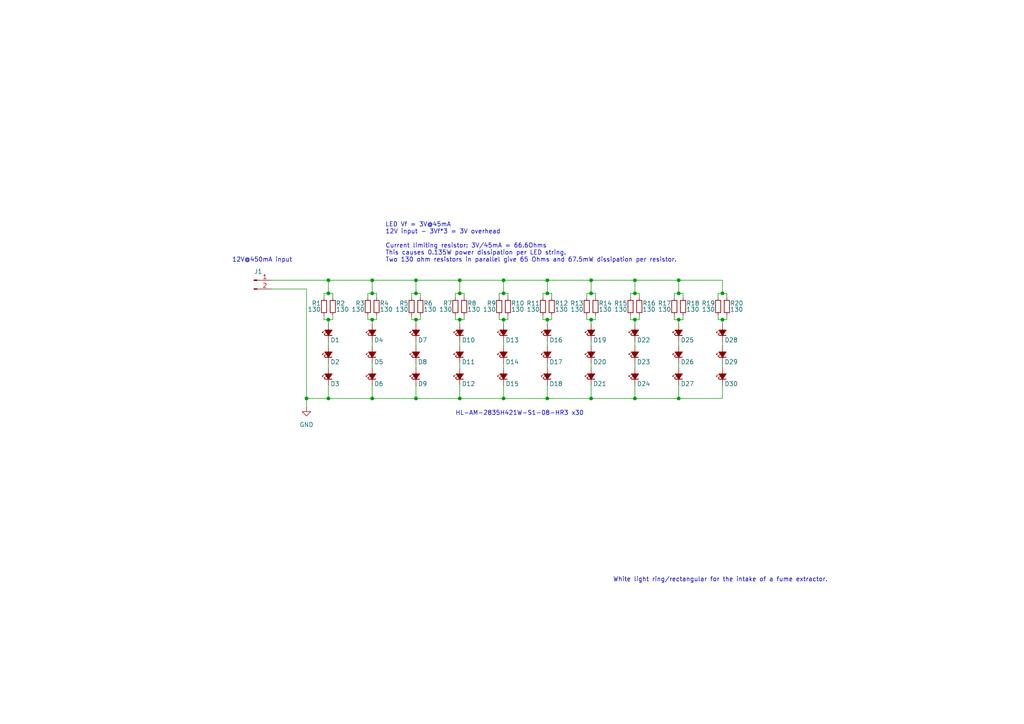
<source format=kicad_sch>
(kicad_sch (version 20210621) (generator eeschema)
  (paper "A4")
  (title_block (title "Surreal Serpent") (date "2021-09-22") (rev "v1.0.0") (company "JDN") (comment 1 "jonneal.me"))
  (lib_symbols
    (symbol "Connector:Conn_01x02_Male" (pin_names (offset 1.016) hide)
      (property "Reference" "J" (at 0 2.54 0))
      (property "Value" "Conn_01x02_Male" (at 0 -5.08 0))
      (symbol "Conn_01x02_Male_1_1"
        (rectangle (start 0.8636 -2.413) (end 0 -2.667) (stroke (width 0.1524)) (fill (type outline)))
        (rectangle (start 0.8636 0.127) (end 0 -0.127) (stroke (width 0.1524)) (fill (type outline)))
        (polyline (pts (xy 1.27 -2.54) (xy 0.8636 -2.54)) (stroke (width 0.1524)))
        (polyline (pts (xy 1.27 0) (xy 0.8636 0)) (stroke (width 0.1524)))
        (pin passive line (at 5.08 0 180) (length 3.81) (name "Pin_1") (number "1"))
        (pin passive line (at 5.08 -2.54 180) (length 3.81) (name "Pin_2") (number "2"))
      )
    )
    (symbol "Device:LED_Small_Filled" (pin_numbers hide) (pin_names (offset 0.254) hide)
      (property "Reference" "D" (at -1.27 3.175 0))
      (property "Value" "LED_Small_Filled" (at -4.445 -2.54 0))
      (symbol "LED_Small_Filled_0_1"
        (polyline (pts (xy -0.762 -1.016) (xy -0.762 1.016)) (stroke (width 0.254)))
        (polyline (pts (xy 1.016 0) (xy -0.762 0)))
        (polyline (pts (xy 0 0.762) (xy -0.508 1.27) (xy -0.254 1.27) (xy -0.508 1.27) (xy -0.508 1.016)))
        (polyline (pts (xy 0.508 1.27) (xy 0 1.778) (xy 0.254 1.778) (xy 0 1.778) (xy 0 1.524)))
        (polyline (pts (xy 0.762 -1.016) (xy -0.762 0) (xy 0.762 1.016) (xy 0.762 -1.016)) (stroke (width 0.254)) (fill (type outline)))
      )
      (symbol "LED_Small_Filled_1_1"
        (pin passive line (at -2.54 0 0) (length 1.778) (name "K") (number "1"))
        (pin passive line (at 2.54 0 180) (length 1.778) (name "A") (number "2"))
      )
    )
    (symbol "Device:R_Small" (pin_numbers hide) (pin_names (offset 0.254) hide)
      (property "Reference" "R" (at 0.762 0.508 0))
      (property "Value" "R_Small" (at 0.762 -1.016 0))
      (symbol "R_Small_0_1"
        (rectangle (start -0.762 1.778) (end 0.762 -1.778) (stroke (width 0.2032)))
      )
      (symbol "R_Small_1_1"
        (pin passive line (at 0 2.54 270) (length 0.762) (name "~") (number "1"))
        (pin passive line (at 0 -2.54 90) (length 0.762) (name "~") (number "2"))
      )
    )
    (symbol "power:GND" (power) (pin_names (offset 0))
      (property "Value" "GND" (at 0 -3.81 0))
      (symbol "GND_0_1"
        (polyline (pts (xy 0 0) (xy 0 -1.27) (xy 1.27 -1.27) (xy 0 -2.54) (xy -1.27 -1.27) (xy 0 -1.27)))
      )
      (symbol "GND_1_1"
        (pin power_in line (at 0 0 270) (length 0) hide (name "GND") (number "1"))
      )
    )
  )
  (junction (at 88.9 115.57))
  (junction (at 95.25 81.28))
  (junction (at 95.25 85.09))
  (junction (at 95.25 92.71))
  (junction (at 95.25 115.57))
  (junction (at 107.95 81.28))
  (junction (at 107.95 85.09))
  (junction (at 107.95 92.71))
  (junction (at 107.95 115.57))
  (junction (at 120.65 81.28))
  (junction (at 120.65 85.09))
  (junction (at 120.65 92.71))
  (junction (at 120.65 115.57))
  (junction (at 133.35 81.28))
  (junction (at 133.35 85.09))
  (junction (at 133.35 92.71))
  (junction (at 133.35 115.57))
  (junction (at 146.05 81.28))
  (junction (at 146.05 85.09))
  (junction (at 146.05 92.71))
  (junction (at 146.05 115.57))
  (junction (at 158.75 81.28))
  (junction (at 158.75 85.09))
  (junction (at 158.75 92.71))
  (junction (at 158.75 115.57))
  (junction (at 171.45 81.28))
  (junction (at 171.45 85.09))
  (junction (at 171.45 92.71))
  (junction (at 171.45 115.57))
  (junction (at 184.15 81.28))
  (junction (at 184.15 85.09))
  (junction (at 184.15 92.71))
  (junction (at 184.15 115.57))
  (junction (at 196.85 81.28))
  (junction (at 196.85 85.09))
  (junction (at 196.85 92.71))
  (junction (at 196.85 115.57))
  (junction (at 209.55 85.09))
  (junction (at 209.55 92.71))
  (wire (pts (xy 78.74 81.28) (xy 95.25 81.28)))
  (wire (pts (xy 78.74 83.82) (xy 88.9 83.82)))
  (wire (pts (xy 88.9 83.82) (xy 88.9 115.57)))
  (wire (pts (xy 88.9 115.57) (xy 88.9 118.11)))
  (wire (pts (xy 88.9 115.57) (xy 95.25 115.57)))
  (wire (pts (xy 93.98 85.09) (xy 93.98 86.36)))
  (wire (pts (xy 93.98 91.44) (xy 93.98 92.71)))
  (wire (pts (xy 93.98 92.71) (xy 95.25 92.71)))
  (wire (pts (xy 95.25 81.28) (xy 95.25 85.09)))
  (wire (pts (xy 95.25 85.09) (xy 93.98 85.09)))
  (wire (pts (xy 95.25 92.71) (xy 95.25 93.98)))
  (wire (pts (xy 95.25 92.71) (xy 96.52 92.71)))
  (wire (pts (xy 95.25 99.06) (xy 95.25 100.33)))
  (wire (pts (xy 95.25 105.41) (xy 95.25 106.68)))
  (wire (pts (xy 95.25 111.76) (xy 95.25 115.57)))
  (wire (pts (xy 95.25 115.57) (xy 107.95 115.57)))
  (wire (pts (xy 96.52 85.09) (xy 95.25 85.09)))
  (wire (pts (xy 96.52 86.36) (xy 96.52 85.09)))
  (wire (pts (xy 96.52 92.71) (xy 96.52 91.44)))
  (wire (pts (xy 106.68 85.09) (xy 106.68 86.36)))
  (wire (pts (xy 106.68 91.44) (xy 106.68 92.71)))
  (wire (pts (xy 106.68 92.71) (xy 107.95 92.71)))
  (wire (pts (xy 107.95 81.28) (xy 95.25 81.28)))
  (wire (pts (xy 107.95 81.28) (xy 107.95 85.09)))
  (wire (pts (xy 107.95 85.09) (xy 106.68 85.09)))
  (wire (pts (xy 107.95 92.71) (xy 107.95 93.98)))
  (wire (pts (xy 107.95 92.71) (xy 109.22 92.71)))
  (wire (pts (xy 107.95 99.06) (xy 107.95 100.33)))
  (wire (pts (xy 107.95 105.41) (xy 107.95 106.68)))
  (wire (pts (xy 107.95 111.76) (xy 107.95 115.57)))
  (wire (pts (xy 107.95 115.57) (xy 120.65 115.57)))
  (wire (pts (xy 109.22 85.09) (xy 107.95 85.09)))
  (wire (pts (xy 109.22 86.36) (xy 109.22 85.09)))
  (wire (pts (xy 109.22 92.71) (xy 109.22 91.44)))
  (wire (pts (xy 119.38 85.09) (xy 119.38 86.36)))
  (wire (pts (xy 119.38 91.44) (xy 119.38 92.71)))
  (wire (pts (xy 119.38 92.71) (xy 120.65 92.71)))
  (wire (pts (xy 120.65 81.28) (xy 107.95 81.28)))
  (wire (pts (xy 120.65 81.28) (xy 120.65 85.09)))
  (wire (pts (xy 120.65 85.09) (xy 119.38 85.09)))
  (wire (pts (xy 120.65 92.71) (xy 120.65 93.98)))
  (wire (pts (xy 120.65 92.71) (xy 121.92 92.71)))
  (wire (pts (xy 120.65 99.06) (xy 120.65 100.33)))
  (wire (pts (xy 120.65 105.41) (xy 120.65 106.68)))
  (wire (pts (xy 120.65 111.76) (xy 120.65 115.57)))
  (wire (pts (xy 120.65 115.57) (xy 133.35 115.57)))
  (wire (pts (xy 121.92 85.09) (xy 120.65 85.09)))
  (wire (pts (xy 121.92 86.36) (xy 121.92 85.09)))
  (wire (pts (xy 121.92 92.71) (xy 121.92 91.44)))
  (wire (pts (xy 132.08 85.09) (xy 132.08 86.36)))
  (wire (pts (xy 132.08 91.44) (xy 132.08 92.71)))
  (wire (pts (xy 132.08 92.71) (xy 133.35 92.71)))
  (wire (pts (xy 133.35 81.28) (xy 120.65 81.28)))
  (wire (pts (xy 133.35 81.28) (xy 133.35 85.09)))
  (wire (pts (xy 133.35 85.09) (xy 132.08 85.09)))
  (wire (pts (xy 133.35 92.71) (xy 133.35 93.98)))
  (wire (pts (xy 133.35 92.71) (xy 134.62 92.71)))
  (wire (pts (xy 133.35 99.06) (xy 133.35 100.33)))
  (wire (pts (xy 133.35 105.41) (xy 133.35 106.68)))
  (wire (pts (xy 133.35 111.76) (xy 133.35 115.57)))
  (wire (pts (xy 133.35 115.57) (xy 146.05 115.57)))
  (wire (pts (xy 134.62 85.09) (xy 133.35 85.09)))
  (wire (pts (xy 134.62 86.36) (xy 134.62 85.09)))
  (wire (pts (xy 134.62 92.71) (xy 134.62 91.44)))
  (wire (pts (xy 144.78 85.09) (xy 144.78 86.36)))
  (wire (pts (xy 144.78 91.44) (xy 144.78 92.71)))
  (wire (pts (xy 144.78 92.71) (xy 146.05 92.71)))
  (wire (pts (xy 146.05 81.28) (xy 133.35 81.28)))
  (wire (pts (xy 146.05 81.28) (xy 146.05 85.09)))
  (wire (pts (xy 146.05 85.09) (xy 144.78 85.09)))
  (wire (pts (xy 146.05 92.71) (xy 146.05 93.98)))
  (wire (pts (xy 146.05 92.71) (xy 147.32 92.71)))
  (wire (pts (xy 146.05 99.06) (xy 146.05 100.33)))
  (wire (pts (xy 146.05 105.41) (xy 146.05 106.68)))
  (wire (pts (xy 146.05 111.76) (xy 146.05 115.57)))
  (wire (pts (xy 146.05 115.57) (xy 158.75 115.57)))
  (wire (pts (xy 147.32 85.09) (xy 146.05 85.09)))
  (wire (pts (xy 147.32 86.36) (xy 147.32 85.09)))
  (wire (pts (xy 147.32 92.71) (xy 147.32 91.44)))
  (wire (pts (xy 157.48 85.09) (xy 157.48 86.36)))
  (wire (pts (xy 157.48 91.44) (xy 157.48 92.71)))
  (wire (pts (xy 157.48 92.71) (xy 158.75 92.71)))
  (wire (pts (xy 158.75 81.28) (xy 146.05 81.28)))
  (wire (pts (xy 158.75 81.28) (xy 158.75 85.09)))
  (wire (pts (xy 158.75 85.09) (xy 157.48 85.09)))
  (wire (pts (xy 158.75 92.71) (xy 158.75 93.98)))
  (wire (pts (xy 158.75 92.71) (xy 160.02 92.71)))
  (wire (pts (xy 158.75 99.06) (xy 158.75 100.33)))
  (wire (pts (xy 158.75 105.41) (xy 158.75 106.68)))
  (wire (pts (xy 158.75 111.76) (xy 158.75 115.57)))
  (wire (pts (xy 158.75 115.57) (xy 171.45 115.57)))
  (wire (pts (xy 160.02 85.09) (xy 158.75 85.09)))
  (wire (pts (xy 160.02 86.36) (xy 160.02 85.09)))
  (wire (pts (xy 160.02 92.71) (xy 160.02 91.44)))
  (wire (pts (xy 170.18 85.09) (xy 170.18 86.36)))
  (wire (pts (xy 170.18 91.44) (xy 170.18 92.71)))
  (wire (pts (xy 170.18 92.71) (xy 171.45 92.71)))
  (wire (pts (xy 171.45 81.28) (xy 158.75 81.28)))
  (wire (pts (xy 171.45 81.28) (xy 171.45 85.09)))
  (wire (pts (xy 171.45 85.09) (xy 170.18 85.09)))
  (wire (pts (xy 171.45 92.71) (xy 171.45 93.98)))
  (wire (pts (xy 171.45 92.71) (xy 172.72 92.71)))
  (wire (pts (xy 171.45 99.06) (xy 171.45 100.33)))
  (wire (pts (xy 171.45 105.41) (xy 171.45 106.68)))
  (wire (pts (xy 171.45 111.76) (xy 171.45 115.57)))
  (wire (pts (xy 171.45 115.57) (xy 184.15 115.57)))
  (wire (pts (xy 172.72 85.09) (xy 171.45 85.09)))
  (wire (pts (xy 172.72 86.36) (xy 172.72 85.09)))
  (wire (pts (xy 172.72 92.71) (xy 172.72 91.44)))
  (wire (pts (xy 182.88 85.09) (xy 182.88 86.36)))
  (wire (pts (xy 182.88 91.44) (xy 182.88 92.71)))
  (wire (pts (xy 182.88 92.71) (xy 184.15 92.71)))
  (wire (pts (xy 184.15 81.28) (xy 171.45 81.28)))
  (wire (pts (xy 184.15 81.28) (xy 184.15 85.09)))
  (wire (pts (xy 184.15 85.09) (xy 182.88 85.09)))
  (wire (pts (xy 184.15 92.71) (xy 184.15 93.98)))
  (wire (pts (xy 184.15 92.71) (xy 185.42 92.71)))
  (wire (pts (xy 184.15 99.06) (xy 184.15 100.33)))
  (wire (pts (xy 184.15 105.41) (xy 184.15 106.68)))
  (wire (pts (xy 184.15 111.76) (xy 184.15 115.57)))
  (wire (pts (xy 184.15 115.57) (xy 196.85 115.57)))
  (wire (pts (xy 185.42 85.09) (xy 184.15 85.09)))
  (wire (pts (xy 185.42 86.36) (xy 185.42 85.09)))
  (wire (pts (xy 185.42 92.71) (xy 185.42 91.44)))
  (wire (pts (xy 195.58 85.09) (xy 195.58 86.36)))
  (wire (pts (xy 195.58 91.44) (xy 195.58 92.71)))
  (wire (pts (xy 195.58 92.71) (xy 196.85 92.71)))
  (wire (pts (xy 196.85 81.28) (xy 184.15 81.28)))
  (wire (pts (xy 196.85 81.28) (xy 196.85 85.09)))
  (wire (pts (xy 196.85 85.09) (xy 195.58 85.09)))
  (wire (pts (xy 196.85 92.71) (xy 196.85 93.98)))
  (wire (pts (xy 196.85 92.71) (xy 198.12 92.71)))
  (wire (pts (xy 196.85 99.06) (xy 196.85 100.33)))
  (wire (pts (xy 196.85 105.41) (xy 196.85 106.68)))
  (wire (pts (xy 196.85 111.76) (xy 196.85 115.57)))
  (wire (pts (xy 196.85 115.57) (xy 209.55 115.57)))
  (wire (pts (xy 198.12 85.09) (xy 196.85 85.09)))
  (wire (pts (xy 198.12 86.36) (xy 198.12 85.09)))
  (wire (pts (xy 198.12 92.71) (xy 198.12 91.44)))
  (wire (pts (xy 208.28 85.09) (xy 208.28 86.36)))
  (wire (pts (xy 208.28 91.44) (xy 208.28 92.71)))
  (wire (pts (xy 208.28 92.71) (xy 209.55 92.71)))
  (wire (pts (xy 209.55 81.28) (xy 196.85 81.28)))
  (wire (pts (xy 209.55 85.09) (xy 208.28 85.09)))
  (wire (pts (xy 209.55 85.09) (xy 209.55 81.28)))
  (wire (pts (xy 209.55 92.71) (xy 209.55 93.98)))
  (wire (pts (xy 209.55 92.71) (xy 210.82 92.71)))
  (wire (pts (xy 209.55 99.06) (xy 209.55 100.33)))
  (wire (pts (xy 209.55 105.41) (xy 209.55 106.68)))
  (wire (pts (xy 209.55 115.57) (xy 209.55 111.76)))
  (wire (pts (xy 210.82 85.09) (xy 209.55 85.09)))
  (wire (pts (xy 210.82 86.36) (xy 210.82 85.09)))
  (wire (pts (xy 210.82 92.71) (xy 210.82 91.44)))
  (text "12V@450mA input" (at 67.31 76.2 0) (effects (font (size 1.27 1.27)) (justify left bottom)))
  (text "LED Vf = 3V@45mA\n12V input - 3Vf*3 = 3V overhead\n\nCurrent limiting resistor: 3V/45mA = 66.6Ohms\nThis causes 0.135W power dissipation per LED string.\nTwo 130 ohm resistors in parallel give 65 Ohms and 67.5mW dissipation per resistor." (at 111.76 76.2 0) (effects (font (size 1.27 1.27)) (justify left bottom)))
  (text "HL-AM-2835H421W-S1-08-HR3 x30" (at 132.08 120.65 0) (effects (font (size 1.27 1.27)) (justify left bottom)))
  (text "White light ring/rectangular for the intake of a fume extractor." (at 177.8 168.91 0) (effects (font (size 1.27 1.27)) (justify left bottom)))
  (symbol (lib_id "power:GND") (at 88.9 118.11 0) (unit 1)
    (property "Reference" "#PWR01" (effects hide))
    (property "Value" "GND" (at 88.9 123.19 0))
  )
  (symbol (lib_id "Device:R_Small") (at 93.98 88.9 0) (mirror y) (unit 1)
    (property "Reference" "R1" (at 93.093 87.9671 0) (effects (justify left)))
    (property "Value" "130" (at 93.0848 89.7465 0) (effects (justify left)))
    (property "Footprint" "Resistor_SMD:R_0603_1608Metric" (effects hide))
    (property "LCSC" "C22796" (effects hide))
    (property "JLC" "C22796" (effects hide))
  )
  (symbol (lib_id "Device:R_Small") (at 96.52 88.9 0) (unit 1)
    (property "Reference" "R2" (at 97.407 87.9671 0) (effects (justify left)))
    (property "Value" "130" (at 97.4152 89.7465 0) (effects (justify left)))
    (property "Footprint" "Resistor_SMD:R_0603_1608Metric" (effects hide))
    (property "LCSC" "C22796" (effects hide))
    (property "JLC" "C22796" (effects hide))
  )
  (symbol (lib_id "Device:R_Small") (at 106.68 88.9 0) (mirror y) (unit 1)
    (property "Reference" "R3" (at 105.793 87.9671 0) (effects (justify left)))
    (property "Value" "130" (at 105.7848 89.7465 0) (effects (justify left)))
    (property "Footprint" "Resistor_SMD:R_0603_1608Metric" (effects hide))
    (property "LCSC" "C22796" (effects hide))
    (property "JLC" "C22796" (effects hide))
  )
  (symbol (lib_id "Device:R_Small") (at 109.22 88.9 0) (unit 1)
    (property "Reference" "R4" (at 110.107 87.9671 0) (effects (justify left)))
    (property "Value" "130" (at 110.1152 89.7465 0) (effects (justify left)))
    (property "Footprint" "Resistor_SMD:R_0603_1608Metric" (effects hide))
    (property "LCSC" "C22796" (effects hide))
    (property "JLC" "C22796" (effects hide))
  )
  (symbol (lib_id "Device:R_Small") (at 119.38 88.9 0) (mirror y) (unit 1)
    (property "Reference" "R5" (at 118.493 87.9671 0) (effects (justify left)))
    (property "Value" "130" (at 118.4848 89.7465 0) (effects (justify left)))
    (property "Footprint" "Resistor_SMD:R_0603_1608Metric" (effects hide))
    (property "LCSC" "C22796" (effects hide))
    (property "JLC" "C22796" (effects hide))
  )
  (symbol (lib_id "Device:R_Small") (at 121.92 88.9 0) (unit 1)
    (property "Reference" "R6" (at 122.807 87.9671 0) (effects (justify left)))
    (property "Value" "130" (at 122.8152 89.7465 0) (effects (justify left)))
    (property "Footprint" "Resistor_SMD:R_0603_1608Metric" (effects hide))
    (property "LCSC" "C22796" (effects hide))
    (property "JLC" "C22796" (effects hide))
  )
  (symbol (lib_id "Device:R_Small") (at 132.08 88.9 0) (mirror y) (unit 1)
    (property "Reference" "R7" (at 131.193 87.9671 0) (effects (justify left)))
    (property "Value" "130" (at 131.1848 89.7465 0) (effects (justify left)))
    (property "Footprint" "Resistor_SMD:R_0603_1608Metric" (effects hide))
    (property "LCSC" "C22796" (effects hide))
    (property "JLC" "C22796" (effects hide))
  )
  (symbol (lib_id "Device:R_Small") (at 134.62 88.9 0) (unit 1)
    (property "Reference" "R8" (at 135.507 87.9671 0) (effects (justify left)))
    (property "Value" "130" (at 135.5152 89.7465 0) (effects (justify left)))
    (property "Footprint" "Resistor_SMD:R_0603_1608Metric" (effects hide))
    (property "LCSC" "C22796" (effects hide))
    (property "JLC" "C22796" (effects hide))
  )
  (symbol (lib_id "Device:R_Small") (at 144.78 88.9 0) (mirror y) (unit 1)
    (property "Reference" "R9" (at 143.893 87.9671 0) (effects (justify left)))
    (property "Value" "130" (at 143.8848 89.7465 0) (effects (justify left)))
    (property "Footprint" "Resistor_SMD:R_0603_1608Metric" (effects hide))
    (property "LCSC" "C22796" (effects hide))
    (property "JLC" "C22796" (effects hide))
  )
  (symbol (lib_id "Device:R_Small") (at 147.32 88.9 0) (unit 1)
    (property "Reference" "R10" (at 148.207 87.9671 0) (effects (justify left)))
    (property "Value" "130" (at 148.2152 89.7465 0) (effects (justify left)))
    (property "Footprint" "Resistor_SMD:R_0603_1608Metric" (effects hide))
    (property "LCSC" "C22796" (effects hide))
    (property "JLC" "C22796" (effects hide))
  )
  (symbol (lib_id "Device:R_Small") (at 157.48 88.9 0) (mirror y) (unit 1)
    (property "Reference" "R11" (at 156.593 87.9671 0) (effects (justify left)))
    (property "Value" "130" (at 156.5848 89.7465 0) (effects (justify left)))
    (property "Footprint" "Resistor_SMD:R_0603_1608Metric" (effects hide))
    (property "LCSC" "C22796" (effects hide))
    (property "JLC" "C22796" (effects hide))
  )
  (symbol (lib_id "Device:R_Small") (at 160.02 88.9 0) (unit 1)
    (property "Reference" "R12" (at 160.907 87.9671 0) (effects (justify left)))
    (property "Value" "130" (at 160.9152 89.7465 0) (effects (justify left)))
    (property "Footprint" "Resistor_SMD:R_0603_1608Metric" (effects hide))
    (property "LCSC" "C22796" (effects hide))
    (property "JLC" "C22796" (effects hide))
  )
  (symbol (lib_id "Device:R_Small") (at 170.18 88.9 0) (mirror y) (unit 1)
    (property "Reference" "R13" (at 169.293 87.9671 0) (effects (justify left)))
    (property "Value" "130" (at 169.2848 89.7465 0) (effects (justify left)))
    (property "Footprint" "Resistor_SMD:R_0603_1608Metric" (effects hide))
    (property "LCSC" "C22796" (effects hide))
    (property "JLC" "C22796" (effects hide))
  )
  (symbol (lib_id "Device:R_Small") (at 172.72 88.9 0) (unit 1)
    (property "Reference" "R14" (at 173.607 87.9671 0) (effects (justify left)))
    (property "Value" "130" (at 173.6152 89.7465 0) (effects (justify left)))
    (property "Footprint" "Resistor_SMD:R_0603_1608Metric" (effects hide))
    (property "LCSC" "C22796" (effects hide))
    (property "JLC" "C22796" (effects hide))
  )
  (symbol (lib_id "Device:R_Small") (at 182.88 88.9 0) (mirror y) (unit 1)
    (property "Reference" "R15" (at 181.993 87.9671 0) (effects (justify left)))
    (property "Value" "130" (at 181.9848 89.7465 0) (effects (justify left)))
    (property "Footprint" "Resistor_SMD:R_0603_1608Metric" (effects hide))
    (property "LCSC" "C22796" (effects hide))
    (property "JLC" "C22796" (effects hide))
  )
  (symbol (lib_id "Device:R_Small") (at 185.42 88.9 0) (unit 1)
    (property "Reference" "R16" (at 186.307 87.9671 0) (effects (justify left)))
    (property "Value" "130" (at 186.3152 89.7465 0) (effects (justify left)))
    (property "Footprint" "Resistor_SMD:R_0603_1608Metric" (effects hide))
    (property "LCSC" "C22796" (effects hide))
    (property "JLC" "C22796" (effects hide))
  )
  (symbol (lib_id "Device:R_Small") (at 195.58 88.9 0) (mirror y) (unit 1)
    (property "Reference" "R17" (at 194.693 87.9671 0) (effects (justify left)))
    (property "Value" "130" (at 194.6848 89.7465 0) (effects (justify left)))
    (property "Footprint" "Resistor_SMD:R_0603_1608Metric" (effects hide))
    (property "LCSC" "C22796" (effects hide))
    (property "JLC" "C22796" (effects hide))
  )
  (symbol (lib_id "Device:R_Small") (at 198.12 88.9 0) (unit 1)
    (property "Reference" "R18" (at 199.007 87.9671 0) (effects (justify left)))
    (property "Value" "130" (at 199.0152 89.7465 0) (effects (justify left)))
    (property "Footprint" "Resistor_SMD:R_0603_1608Metric" (effects hide))
    (property "LCSC" "C22796" (effects hide))
    (property "JLC" "C22796" (effects hide))
  )
  (symbol (lib_id "Device:R_Small") (at 208.28 88.9 0) (mirror y) (unit 1)
    (property "Reference" "R19" (at 207.393 87.9671 0) (effects (justify left)))
    (property "Value" "130" (at 207.3848 89.7465 0) (effects (justify left)))
    (property "Footprint" "Resistor_SMD:R_0603_1608Metric" (effects hide))
    (property "LCSC" "C22796" (effects hide))
    (property "JLC" "C22796" (effects hide))
  )
  (symbol (lib_id "Device:R_Small") (at 210.82 88.9 0) (unit 1)
    (property "Reference" "R20" (at 211.707 87.9671 0) (effects (justify left)))
    (property "Value" "130" (at 211.7152 89.7465 0) (effects (justify left)))
    (property "Footprint" "Resistor_SMD:R_0603_1608Metric" (effects hide))
    (property "LCSC" "C22796" (effects hide))
    (property "JLC" "C22796" (effects hide))
  )
  (symbol (lib_id "Device:LED_Small_Filled") (at 95.25 96.52 90) (unit 1)
    (property "Reference" "D1" (at 95.8186 98.6221 90) (effects (justify right)))
    (property "Value" "HL-AM-2835H421W-S1-08-HR3" (effects hide))
    (property "Footprint" "surreal-serpent:C210316" (effects hide))
    (property "LCSC" "C210316" (effects hide))
    (property "JLC" "SMD_3.5x2.8x0.7mm" (effects hide))
  )
  (symbol (lib_id "Device:LED_Small_Filled") (at 95.25 102.87 90) (unit 1)
    (property "Reference" "D2" (at 95.8186 104.9721 90) (effects (justify right)))
    (property "Value" "HL-AM-2835H421W-S1-08-HR3" (effects hide))
    (property "Footprint" "surreal-serpent:C210316" (effects hide))
    (property "LCSC" "C210316" (effects hide))
    (property "JLC" "SMD_3.5x2.8x0.7mm" (effects hide))
  )
  (symbol (lib_id "Device:LED_Small_Filled") (at 95.25 109.22 90) (unit 1)
    (property "Reference" "D3" (at 95.8186 111.3221 90) (effects (justify right)))
    (property "Value" "HL-AM-2835H421W-S1-08-HR3" (effects hide))
    (property "Footprint" "surreal-serpent:C210316" (effects hide))
    (property "LCSC" "C210316" (effects hide))
    (property "JLC" "SMD_3.5x2.8x0.7mm" (effects hide))
  )
  (symbol (lib_id "Device:LED_Small_Filled") (at 107.95 96.52 90) (unit 1)
    (property "Reference" "D4" (at 108.5186 98.6221 90) (effects (justify right)))
    (property "Value" "HL-AM-2835H421W-S1-08-HR3" (effects hide))
    (property "Footprint" "surreal-serpent:C210316" (effects hide))
    (property "LCSC" "C210316" (effects hide))
    (property "JLC" "SMD_3.5x2.8x0.7mm" (effects hide))
  )
  (symbol (lib_id "Device:LED_Small_Filled") (at 107.95 102.87 90) (unit 1)
    (property "Reference" "D5" (at 108.5186 104.9721 90) (effects (justify right)))
    (property "Value" "HL-AM-2835H421W-S1-08-HR3" (effects hide))
    (property "Footprint" "surreal-serpent:C210316" (effects hide))
    (property "LCSC" "C210316" (effects hide))
    (property "JLC" "SMD_3.5x2.8x0.7mm" (effects hide))
  )
  (symbol (lib_id "Device:LED_Small_Filled") (at 107.95 109.22 90) (unit 1)
    (property "Reference" "D6" (at 108.5186 111.3221 90) (effects (justify right)))
    (property "Value" "HL-AM-2835H421W-S1-08-HR3" (effects hide))
    (property "Footprint" "surreal-serpent:C210316" (effects hide))
    (property "LCSC" "C210316" (effects hide))
    (property "JLC" "SMD_3.5x2.8x0.7mm" (effects hide))
  )
  (symbol (lib_id "Device:LED_Small_Filled") (at 120.65 96.52 90) (unit 1)
    (property "Reference" "D7" (at 121.2186 98.6221 90) (effects (justify right)))
    (property "Value" "HL-AM-2835H421W-S1-08-HR3" (effects hide))
    (property "Footprint" "surreal-serpent:C210316" (effects hide))
    (property "LCSC" "C210316" (effects hide))
    (property "JLC" "SMD_3.5x2.8x0.7mm" (effects hide))
  )
  (symbol (lib_id "Device:LED_Small_Filled") (at 120.65 102.87 90) (unit 1)
    (property "Reference" "D8" (at 121.2186 104.9721 90) (effects (justify right)))
    (property "Value" "HL-AM-2835H421W-S1-08-HR3" (effects hide))
    (property "Footprint" "surreal-serpent:C210316" (effects hide))
    (property "LCSC" "C210316" (effects hide))
    (property "JLC" "SMD_3.5x2.8x0.7mm" (effects hide))
  )
  (symbol (lib_id "Device:LED_Small_Filled") (at 120.65 109.22 90) (unit 1)
    (property "Reference" "D9" (at 121.2186 111.3221 90) (effects (justify right)))
    (property "Value" "HL-AM-2835H421W-S1-08-HR3" (effects hide))
    (property "Footprint" "surreal-serpent:C210316" (effects hide))
    (property "LCSC" "C210316" (effects hide))
    (property "JLC" "SMD_3.5x2.8x0.7mm" (effects hide))
  )
  (symbol (lib_id "Device:LED_Small_Filled") (at 133.35 96.52 90) (unit 1)
    (property "Reference" "D10" (at 133.9186 98.6221 90) (effects (justify right)))
    (property "Value" "HL-AM-2835H421W-S1-08-HR3" (effects hide))
    (property "Footprint" "surreal-serpent:C210316" (effects hide))
    (property "LCSC" "C210316" (effects hide))
    (property "JLC" "SMD_3.5x2.8x0.7mm" (effects hide))
  )
  (symbol (lib_id "Device:LED_Small_Filled") (at 133.35 102.87 90) (unit 1)
    (property "Reference" "D11" (at 133.9186 104.9721 90) (effects (justify right)))
    (property "Value" "HL-AM-2835H421W-S1-08-HR3" (effects hide))
    (property "Footprint" "surreal-serpent:C210316" (effects hide))
    (property "LCSC" "C210316" (effects hide))
    (property "JLC" "SMD_3.5x2.8x0.7mm" (effects hide))
  )
  (symbol (lib_id "Device:LED_Small_Filled") (at 133.35 109.22 90) (unit 1)
    (property "Reference" "D12" (at 133.9186 111.3221 90) (effects (justify right)))
    (property "Value" "HL-AM-2835H421W-S1-08-HR3" (effects hide))
    (property "Footprint" "surreal-serpent:C210316" (effects hide))
    (property "LCSC" "C210316" (effects hide))
    (property "JLC" "SMD_3.5x2.8x0.7mm" (effects hide))
  )
  (symbol (lib_id "Device:LED_Small_Filled") (at 146.05 96.52 90) (unit 1)
    (property "Reference" "D13" (at 146.6186 98.6221 90) (effects (justify right)))
    (property "Value" "HL-AM-2835H421W-S1-08-HR3" (effects hide))
    (property "Footprint" "surreal-serpent:C210316" (effects hide))
    (property "LCSC" "C210316" (effects hide))
    (property "JLC" "SMD_3.5x2.8x0.7mm" (effects hide))
  )
  (symbol (lib_id "Device:LED_Small_Filled") (at 146.05 102.87 90) (unit 1)
    (property "Reference" "D14" (at 146.6186 104.9721 90) (effects (justify right)))
    (property "Value" "HL-AM-2835H421W-S1-08-HR3" (effects hide))
    (property "Footprint" "surreal-serpent:C210316" (effects hide))
    (property "LCSC" "C210316" (effects hide))
    (property "JLC" "SMD_3.5x2.8x0.7mm" (effects hide))
  )
  (symbol (lib_id "Device:LED_Small_Filled") (at 146.05 109.22 90) (unit 1)
    (property "Reference" "D15" (at 146.6186 111.3221 90) (effects (justify right)))
    (property "Value" "HL-AM-2835H421W-S1-08-HR3" (effects hide))
    (property "Footprint" "surreal-serpent:C210316" (effects hide))
    (property "LCSC" "C210316" (effects hide))
    (property "JLC" "SMD_3.5x2.8x0.7mm" (effects hide))
  )
  (symbol (lib_id "Device:LED_Small_Filled") (at 158.75 96.52 90) (unit 1)
    (property "Reference" "D16" (at 159.3186 98.6221 90) (effects (justify right)))
    (property "Value" "HL-AM-2835H421W-S1-08-HR3" (effects hide))
    (property "Footprint" "surreal-serpent:C210316" (effects hide))
    (property "LCSC" "C210316" (effects hide))
    (property "JLC" "SMD_3.5x2.8x0.7mm" (effects hide))
  )
  (symbol (lib_id "Device:LED_Small_Filled") (at 158.75 102.87 90) (unit 1)
    (property "Reference" "D17" (at 159.3186 104.9721 90) (effects (justify right)))
    (property "Value" "HL-AM-2835H421W-S1-08-HR3" (effects hide))
    (property "Footprint" "surreal-serpent:C210316" (effects hide))
    (property "LCSC" "C210316" (effects hide))
    (property "JLC" "SMD_3.5x2.8x0.7mm" (effects hide))
  )
  (symbol (lib_id "Device:LED_Small_Filled") (at 158.75 109.22 90) (unit 1)
    (property "Reference" "D18" (at 159.3186 111.3221 90) (effects (justify right)))
    (property "Value" "HL-AM-2835H421W-S1-08-HR3" (effects hide))
    (property "Footprint" "surreal-serpent:C210316" (effects hide))
    (property "LCSC" "C210316" (effects hide))
    (property "JLC" "SMD_3.5x2.8x0.7mm" (effects hide))
  )
  (symbol (lib_id "Device:LED_Small_Filled") (at 171.45 96.52 90) (unit 1)
    (property "Reference" "D19" (at 172.0186 98.6221 90) (effects (justify right)))
    (property "Value" "HL-AM-2835H421W-S1-08-HR3" (effects hide))
    (property "Footprint" "surreal-serpent:C210316" (effects hide))
    (property "LCSC" "C210316" (effects hide))
    (property "JLC" "SMD_3.5x2.8x0.7mm" (effects hide))
  )
  (symbol (lib_id "Device:LED_Small_Filled") (at 171.45 102.87 90) (unit 1)
    (property "Reference" "D20" (at 172.0186 104.9721 90) (effects (justify right)))
    (property "Value" "HL-AM-2835H421W-S1-08-HR3" (effects hide))
    (property "Footprint" "surreal-serpent:C210316" (effects hide))
    (property "LCSC" "C210316" (effects hide))
    (property "JLC" "SMD_3.5x2.8x0.7mm" (effects hide))
  )
  (symbol (lib_id "Device:LED_Small_Filled") (at 171.45 109.22 90) (unit 1)
    (property "Reference" "D21" (at 172.0186 111.3221 90) (effects (justify right)))
    (property "Value" "HL-AM-2835H421W-S1-08-HR3" (effects hide))
    (property "Footprint" "surreal-serpent:C210316" (effects hide))
    (property "LCSC" "C210316" (effects hide))
    (property "JLC" "SMD_3.5x2.8x0.7mm" (effects hide))
  )
  (symbol (lib_id "Device:LED_Small_Filled") (at 184.15 96.52 90) (unit 1)
    (property "Reference" "D22" (at 184.7186 98.6221 90) (effects (justify right)))
    (property "Value" "HL-AM-2835H421W-S1-08-HR3" (effects hide))
    (property "Footprint" "surreal-serpent:C210316" (effects hide))
    (property "LCSC" "C210316" (effects hide))
    (property "JLC" "SMD_3.5x2.8x0.7mm" (effects hide))
  )
  (symbol (lib_id "Device:LED_Small_Filled") (at 184.15 102.87 90) (unit 1)
    (property "Reference" "D23" (at 184.7186 104.9721 90) (effects (justify right)))
    (property "Value" "HL-AM-2835H421W-S1-08-HR3" (effects hide))
    (property "Footprint" "surreal-serpent:C210316" (effects hide))
    (property "LCSC" "C210316" (effects hide))
    (property "JLC" "SMD_3.5x2.8x0.7mm" (effects hide))
  )
  (symbol (lib_id "Device:LED_Small_Filled") (at 184.15 109.22 90) (unit 1)
    (property "Reference" "D24" (at 184.7186 111.3221 90) (effects (justify right)))
    (property "Value" "HL-AM-2835H421W-S1-08-HR3" (effects hide))
    (property "Footprint" "surreal-serpent:C210316" (effects hide))
    (property "LCSC" "C210316" (effects hide))
    (property "JLC" "SMD_3.5x2.8x0.7mm" (effects hide))
  )
  (symbol (lib_id "Device:LED_Small_Filled") (at 196.85 96.52 90) (unit 1)
    (property "Reference" "D25" (at 197.4186 98.6221 90) (effects (justify right)))
    (property "Value" "HL-AM-2835H421W-S1-08-HR3" (effects hide))
    (property "Footprint" "surreal-serpent:C210316" (effects hide))
    (property "LCSC" "C210316" (effects hide))
    (property "JLC" "SMD_3.5x2.8x0.7mm" (effects hide))
  )
  (symbol (lib_id "Device:LED_Small_Filled") (at 196.85 102.87 90) (unit 1)
    (property "Reference" "D26" (at 197.4186 104.9721 90) (effects (justify right)))
    (property "Value" "HL-AM-2835H421W-S1-08-HR3" (effects hide))
    (property "Footprint" "surreal-serpent:C210316" (effects hide))
    (property "LCSC" "C210316" (effects hide))
    (property "JLC" "SMD_3.5x2.8x0.7mm" (effects hide))
  )
  (symbol (lib_id "Device:LED_Small_Filled") (at 196.85 109.22 90) (unit 1)
    (property "Reference" "D27" (at 197.4186 111.3221 90) (effects (justify right)))
    (property "Value" "HL-AM-2835H421W-S1-08-HR3" (effects hide))
    (property "Footprint" "surreal-serpent:C210316" (effects hide))
    (property "LCSC" "C210316" (effects hide))
    (property "JLC" "SMD_3.5x2.8x0.7mm" (effects hide))
  )
  (symbol (lib_id "Device:LED_Small_Filled") (at 209.55 96.52 90) (unit 1)
    (property "Reference" "D28" (at 210.1186 98.6221 90) (effects (justify right)))
    (property "Value" "HL-AM-2835H421W-S1-08-HR3" (effects hide))
    (property "Footprint" "surreal-serpent:C210316" (effects hide))
    (property "LCSC" "C210316" (effects hide))
    (property "JLC" "SMD_3.5x2.8x0.7mm" (effects hide))
  )
  (symbol (lib_id "Device:LED_Small_Filled") (at 209.55 102.87 90) (unit 1)
    (property "Reference" "D29" (at 210.1186 104.9721 90) (effects (justify right)))
    (property "Value" "HL-AM-2835H421W-S1-08-HR3" (effects hide))
    (property "Footprint" "surreal-serpent:C210316" (effects hide))
    (property "LCSC" "C210316" (effects hide))
    (property "JLC" "SMD_3.5x2.8x0.7mm" (effects hide))
  )
  (symbol (lib_id "Device:LED_Small_Filled") (at 209.55 109.22 90) (unit 1)
    (property "Reference" "D30" (at 210.1186 111.3221 90) (effects (justify right)))
    (property "Value" "HL-AM-2835H421W-S1-08-HR3" (effects hide))
    (property "Footprint" "surreal-serpent:C210316" (effects hide))
    (property "LCSC" "C210316" (effects hide))
    (property "JLC" "SMD_3.5x2.8x0.7mm" (effects hide))
  )
  (symbol (lib_id "Connector:Conn_01x02_Male") (at 73.66 81.28 0) (unit 1)
    (property "Reference" "J1" (at 74.8919 78.74 0))
    (property "Value" "Conn_01x02_Male" (effects hide))
    (property "Footprint" "Connector_Molex:Molex_PicoBlade_53261-0271_1x02-1MP_P1.25mm_Horizontal" (effects hide))
    (property "manufacturer" "Molex" (effects hide))
    (property "part number" "0532610271" (effects hide))
  )
)
</source>
